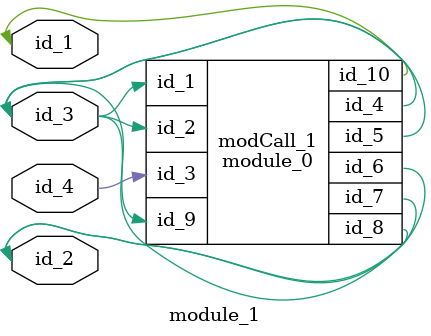
<source format=v>
module module_0 (
    id_1,
    id_2,
    id_3,
    id_4,
    id_5,
    id_6,
    id_7,
    id_8,
    id_9,
    id_10
);
  output wire id_10;
  input wire id_9;
  inout wire id_8;
  output wire id_7;
  inout wire id_6;
  output wire id_5;
  inout wire id_4;
  input wire id_3;
  input wire id_2;
  input wire id_1;
  wire id_11;
endmodule
module module_1 (
    id_1,
    id_2,
    id_3,
    id_4
);
  input wire id_4;
  inout wire id_3;
  inout wire id_2;
  inout wire id_1;
  module_0 modCall_1 (
      id_3,
      id_3,
      id_4,
      id_3,
      id_3,
      id_2,
      id_3,
      id_2,
      id_3,
      id_1
  );
endmodule

</source>
